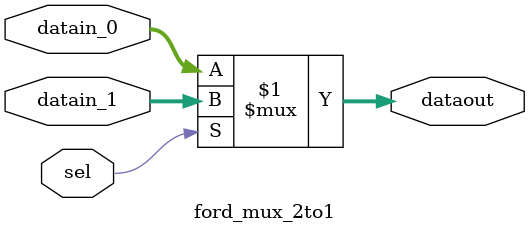
<source format=v>
module ford_mux_2to1(
	input [31:0] datain_0,
	input [31:0] datain_1,
	input sel,
	output [31:0] dataout
);
	assign dataout = (sel)? datain_1 : datain_0; 
		
endmodule




</source>
